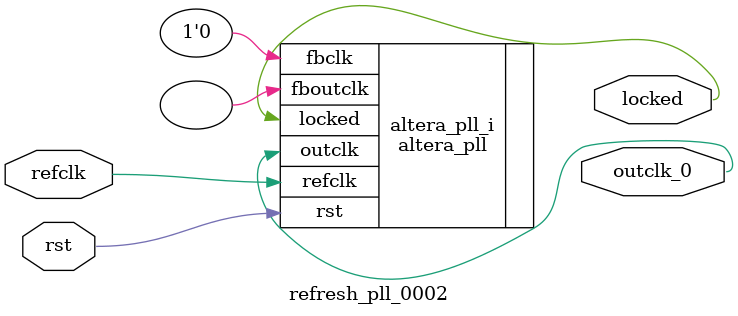
<source format=v>
`timescale 1ns/10ps
module  refresh_pll_0002(

	// interface 'refclk'
	input wire refclk,

	// interface 'reset'
	input wire rst,

	// interface 'outclk0'
	output wire outclk_0,

	// interface 'locked'
	output wire locked
);

	altera_pll #(
		.fractional_vco_multiplier("false"),
		.reference_clock_frequency("50.0 MHz"),
		.operation_mode("direct"),
		.number_of_clocks(1),
		.output_clock_frequency0("74.242424 MHz"),
		.phase_shift0("0 ps"),
		.duty_cycle0(50),
		.output_clock_frequency1("0 MHz"),
		.phase_shift1("0 ps"),
		.duty_cycle1(50),
		.output_clock_frequency2("0 MHz"),
		.phase_shift2("0 ps"),
		.duty_cycle2(50),
		.output_clock_frequency3("0 MHz"),
		.phase_shift3("0 ps"),
		.duty_cycle3(50),
		.output_clock_frequency4("0 MHz"),
		.phase_shift4("0 ps"),
		.duty_cycle4(50),
		.output_clock_frequency5("0 MHz"),
		.phase_shift5("0 ps"),
		.duty_cycle5(50),
		.output_clock_frequency6("0 MHz"),
		.phase_shift6("0 ps"),
		.duty_cycle6(50),
		.output_clock_frequency7("0 MHz"),
		.phase_shift7("0 ps"),
		.duty_cycle7(50),
		.output_clock_frequency8("0 MHz"),
		.phase_shift8("0 ps"),
		.duty_cycle8(50),
		.output_clock_frequency9("0 MHz"),
		.phase_shift9("0 ps"),
		.duty_cycle9(50),
		.output_clock_frequency10("0 MHz"),
		.phase_shift10("0 ps"),
		.duty_cycle10(50),
		.output_clock_frequency11("0 MHz"),
		.phase_shift11("0 ps"),
		.duty_cycle11(50),
		.output_clock_frequency12("0 MHz"),
		.phase_shift12("0 ps"),
		.duty_cycle12(50),
		.output_clock_frequency13("0 MHz"),
		.phase_shift13("0 ps"),
		.duty_cycle13(50),
		.output_clock_frequency14("0 MHz"),
		.phase_shift14("0 ps"),
		.duty_cycle14(50),
		.output_clock_frequency15("0 MHz"),
		.phase_shift15("0 ps"),
		.duty_cycle15(50),
		.output_clock_frequency16("0 MHz"),
		.phase_shift16("0 ps"),
		.duty_cycle16(50),
		.output_clock_frequency17("0 MHz"),
		.phase_shift17("0 ps"),
		.duty_cycle17(50),
		.pll_type("General"),
		.pll_subtype("General")
	) altera_pll_i (
		.rst	(rst),
		.outclk	({outclk_0}),
		.locked	(locked),
		.fboutclk	( ),
		.fbclk	(1'b0),
		.refclk	(refclk)
	);
endmodule


</source>
